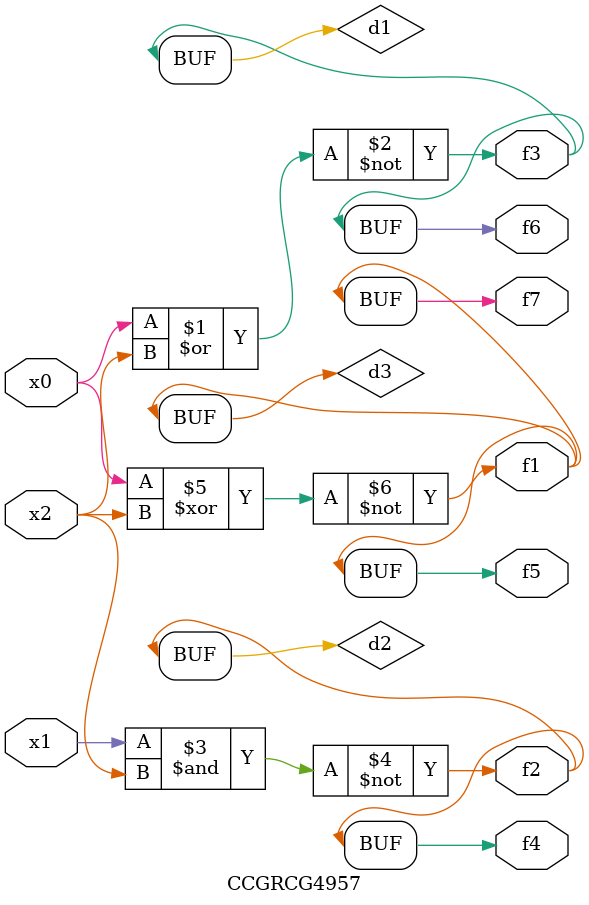
<source format=v>
module CCGRCG4957(
	input x0, x1, x2,
	output f1, f2, f3, f4, f5, f6, f7
);

	wire d1, d2, d3;

	nor (d1, x0, x2);
	nand (d2, x1, x2);
	xnor (d3, x0, x2);
	assign f1 = d3;
	assign f2 = d2;
	assign f3 = d1;
	assign f4 = d2;
	assign f5 = d3;
	assign f6 = d1;
	assign f7 = d3;
endmodule

</source>
